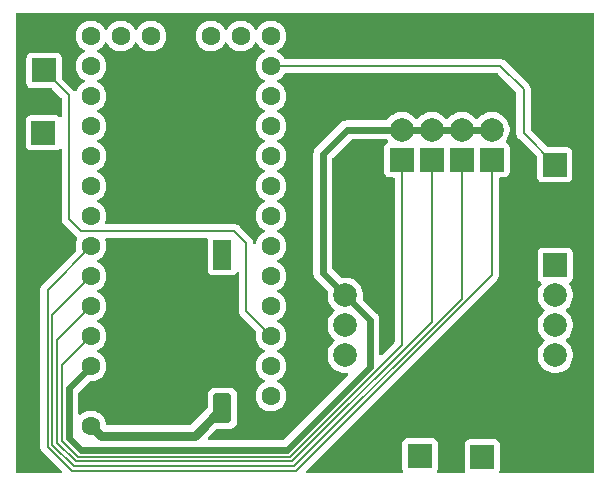
<source format=gtl>
%TF.GenerationSoftware,KiCad,Pcbnew,9.0.7*%
%TF.CreationDate,2026-02-08T08:02:23-07:00*%
%TF.ProjectId,PCB_v1,5043425f-7631-42e6-9b69-6361645f7063,rev?*%
%TF.SameCoordinates,Original*%
%TF.FileFunction,Copper,L1,Top*%
%TF.FilePolarity,Positive*%
%FSLAX46Y46*%
G04 Gerber Fmt 4.6, Leading zero omitted, Abs format (unit mm)*
G04 Created by KiCad (PCBNEW 9.0.7) date 2026-02-08 08:02:23*
%MOMM*%
%LPD*%
G01*
G04 APERTURE LIST*
G04 Aperture macros list*
%AMRoundRect*
0 Rectangle with rounded corners*
0 $1 Rounding radius*
0 $2 $3 $4 $5 $6 $7 $8 $9 X,Y pos of 4 corners*
0 Add a 4 corners polygon primitive as box body*
4,1,4,$2,$3,$4,$5,$6,$7,$8,$9,$2,$3,0*
0 Add four circle primitives for the rounded corners*
1,1,$1+$1,$2,$3*
1,1,$1+$1,$4,$5*
1,1,$1+$1,$6,$7*
1,1,$1+$1,$8,$9*
0 Add four rect primitives between the rounded corners*
20,1,$1+$1,$2,$3,$4,$5,0*
20,1,$1+$1,$4,$5,$6,$7,0*
20,1,$1+$1,$6,$7,$8,$9,0*
20,1,$1+$1,$8,$9,$2,$3,0*%
G04 Aperture macros list end*
%TA.AperFunction,ComponentPad*%
%ADD10R,2.000000X2.000000*%
%TD*%
%TA.AperFunction,ComponentPad*%
%ADD11C,2.000000*%
%TD*%
%TA.AperFunction,ComponentPad*%
%ADD12C,1.600000*%
%TD*%
%TA.AperFunction,ComponentPad*%
%ADD13RoundRect,1.000000X-0.000010X0.000010X-0.000010X-0.000010X0.000010X-0.000010X0.000010X0.000010X0*%
%TD*%
%TA.AperFunction,ComponentPad*%
%ADD14R,1.500000X2.500000*%
%TD*%
%TA.AperFunction,ComponentPad*%
%ADD15RoundRect,0.150000X0.600000X-1.100000X0.600000X1.100000X-0.600000X1.100000X-0.600000X-1.100000X0*%
%TD*%
%TA.AperFunction,Conductor*%
%ADD16C,0.600000*%
%TD*%
%TA.AperFunction,Conductor*%
%ADD17C,0.800000*%
%TD*%
%TA.AperFunction,Conductor*%
%ADD18C,0.200000*%
%TD*%
G04 APERTURE END LIST*
D10*
%TO.P,J7,1,Pin_1*%
%TO.N,/S_ESC_Right_3*%
X210000000Y-98108000D03*
%TD*%
%TO.P,J5,1,Pin_1*%
%TO.N,/12V*%
X204730000Y-98044500D03*
D11*
%TO.P,J5,2,Pin_2*%
%TO.N,/GND*%
X207270000Y-98044500D03*
%TD*%
D10*
%TO.P,J6,1,Pin_1*%
%TO.N,/S_ESC_Left_2*%
X172908000Y-65400000D03*
%TD*%
D12*
%TO.P,U1,1,GND*%
%TO.N,/GND*%
X192120000Y-95510000D03*
%TO.P,U1,2,0_RX1_CRX2_CS1*%
%TO.N,unconnected-(U1-0_RX1_CRX2_CS1-Pad2)*%
X192120000Y-92970000D03*
%TO.P,U1,3,1_TX1_CTX2_MISO1*%
%TO.N,unconnected-(U1-1_TX1_CTX2_MISO1-Pad3)*%
X192120000Y-90430000D03*
%TO.P,U1,4,2_OUT2*%
%TO.N,/S_ESC_Left_2*%
X192120000Y-87890000D03*
%TO.P,U1,5,3_LRCLK2*%
%TO.N,/S_ESC_Right_3*%
X192120000Y-85350000D03*
%TO.P,U1,6,4_BCLK2*%
%TO.N,unconnected-(U1-4_BCLK2-Pad6)*%
X192120000Y-82810000D03*
%TO.P,U1,7,5_IN2*%
%TO.N,unconnected-(U1-5_IN2-Pad7)*%
X192120000Y-80270000D03*
%TO.P,U1,8,6_OUT1D*%
%TO.N,unconnected-(U1-6_OUT1D-Pad8)*%
X192120000Y-77730000D03*
%TO.P,U1,9,7_RX2_OUT1A*%
%TO.N,unconnected-(U1-7_RX2_OUT1A-Pad9)*%
X192120000Y-75190000D03*
%TO.P,U1,10,8_TX2_IN1*%
%TO.N,unconnected-(U1-8_TX2_IN1-Pad10)*%
X192120000Y-72650000D03*
%TO.P,U1,11,9_OUT1C*%
%TO.N,unconnected-(U1-9_OUT1C-Pad11)*%
X192120000Y-70110000D03*
%TO.P,U1,12,10_CS_MQSR*%
%TO.N,unconnected-(U1-10_CS_MQSR-Pad12)*%
X192120000Y-67570000D03*
%TO.P,U1,13,11_MOSI_CTX1*%
%TO.N,/LED*%
X192120000Y-65030000D03*
%TO.P,U1,14,12_MISO_MQSL*%
%TO.N,unconnected-(U1-12_MISO_MQSL-Pad14)*%
X192120000Y-62490000D03*
%TO.P,U1,15,VBAT*%
%TO.N,unconnected-(U1-VBAT-Pad15)*%
X189580000Y-62490000D03*
%TO.P,U1,16,3V3*%
%TO.N,unconnected-(U1-3V3-Pad16)*%
X187040000Y-62490000D03*
%TO.P,U1,17,GND*%
%TO.N,/GND*%
X184500000Y-62490000D03*
%TO.P,U1,18,PROGRAM*%
%TO.N,unconnected-(U1-PROGRAM-Pad18)*%
X181960000Y-62490000D03*
%TO.P,U1,19,ON_OFF*%
%TO.N,unconnected-(U1-ON_OFF-Pad19)*%
X179420000Y-62490000D03*
%TO.P,U1,20,13_SCK_CRX1_LED*%
%TO.N,unconnected-(U1-13_SCK_CRX1_LED-Pad20)*%
X176880000Y-62490000D03*
%TO.P,U1,21,14_A0_TX3_SPDIF_OUT*%
%TO.N,unconnected-(U1-14_A0_TX3_SPDIF_OUT-Pad21)*%
X176880000Y-65030000D03*
%TO.P,U1,22,15_A1_RX3_SPDIF_IN*%
%TO.N,unconnected-(U1-15_A1_RX3_SPDIF_IN-Pad22)*%
X176880000Y-67570000D03*
%TO.P,U1,23,16_A2_RX4_SCL1*%
%TO.N,unconnected-(U1-16_A2_RX4_SCL1-Pad23)*%
X176880000Y-70110000D03*
%TO.P,U1,24,17_A3_TX4_SDA1*%
%TO.N,unconnected-(U1-17_A3_TX4_SDA1-Pad24)*%
X176880000Y-72650000D03*
%TO.P,U1,25,18_A4_SDA0*%
%TO.N,/SDA_18*%
X176880000Y-75190000D03*
%TO.P,U1,26,19_A5_SCL0*%
%TO.N,/SCL_19*%
X176880000Y-77730000D03*
%TO.P,U1,27,20_A6_TX5_LRCLK1*%
%TO.N,/CH4_20*%
X176880000Y-80270000D03*
%TO.P,U1,28,21_A7_RX5_BCLK1*%
%TO.N,/CH3_21*%
X176880000Y-82810000D03*
%TO.P,U1,29,22_A8_CTX1*%
%TO.N,/CH2_22*%
X176880000Y-85350000D03*
%TO.P,U1,30,23_A9_CRX1_MCLK1*%
%TO.N,/CH1_23*%
X176880000Y-87890000D03*
%TO.P,U1,31,3V3*%
%TO.N,/3.3V*%
X176880000Y-90430000D03*
%TO.P,U1,32,GND*%
%TO.N,/GND*%
X176880000Y-92970000D03*
%TO.P,U1,33,VIN*%
%TO.N,/5V*%
X176880000Y-95510000D03*
%TD*%
D10*
%TO.P,J4,1,Pin_1*%
%TO.N,/12V*%
X172844500Y-70670000D03*
D11*
%TO.P,J4,2,Pin_2*%
%TO.N,/GND*%
X172844500Y-68130000D03*
%TD*%
D10*
%TO.P,J8,1,Pin_1*%
%TO.N,/LED*%
X216135000Y-73370000D03*
D11*
%TO.P,J8,2,Pin_2*%
%TO.N,/GND*%
X216135000Y-70830000D03*
%TD*%
D10*
%TO.P,J1,1,Pin_1*%
%TO.N,unconnected-(J1-Pin_1-Pad1)*%
X216190000Y-81890000D03*
D13*
%TO.P,J1,2,Pin_2*%
%TO.N,unconnected-(J1-Pin_2-Pad2)*%
X216190000Y-84430000D03*
%TO.P,J1,3,Pin_3*%
%TO.N,unconnected-(J1-Pin_3-Pad3)*%
X216190000Y-86970000D03*
%TO.P,J1,4,Pin_4*%
%TO.N,unconnected-(J1-Pin_4-Pad4)*%
X216190000Y-89510000D03*
%TO.P,J1,5,Pin_5*%
%TO.N,/GND*%
X198410000Y-81890000D03*
%TO.P,J1,6,Pin_6*%
%TO.N,/3.3V*%
X198410000Y-84430000D03*
%TO.P,J1,7,Pin_7*%
%TO.N,/SDA_18*%
X198410000Y-86970000D03*
%TO.P,J1,8,Pin_8*%
%TO.N,/SCL_19*%
X198410000Y-89510000D03*
%TD*%
D14*
%TO.P,J3,1,Pin_1*%
%TO.N,/12V*%
X188000000Y-81000000D03*
D15*
%TO.P,J3,2,Pin_2*%
%TO.N,/GND*%
X181000000Y-81000000D03*
%TO.P,J3,3,Pin_3*%
%TO.N,/5V*%
X188000000Y-94000000D03*
%TO.P,J3,4,Pin_4*%
%TO.N,/GND*%
X181000000Y-94000000D03*
%TD*%
D10*
%TO.P,J2,1,Pin_1*%
%TO.N,/CH1_23*%
X203190000Y-72950000D03*
%TO.P,J2,2,Pin_2*%
%TO.N,/CH2_22*%
X205730000Y-72950000D03*
%TO.P,J2,3,Pin_3*%
%TO.N,/CH3_21*%
X208270000Y-72950000D03*
%TO.P,J2,4,Pin_4*%
%TO.N,/CH4_20*%
X210810000Y-72950000D03*
D11*
%TO.P,J2,5,Pin_5*%
%TO.N,/3.3V*%
X203190000Y-70410000D03*
%TO.P,J2,6,Pin_6*%
X205730000Y-70410000D03*
%TO.P,J2,7,Pin_7*%
X208270000Y-70410000D03*
%TO.P,J2,8,Pin_8*%
X210810000Y-70410000D03*
%TO.P,J2,9,Pin_9*%
%TO.N,/GND*%
X203190000Y-67870000D03*
%TO.P,J2,10,Pin_10*%
X205730000Y-67870000D03*
%TO.P,J2,11,Pin_11*%
X208270000Y-67870000D03*
%TO.P,J2,12,Pin_12*%
X210810000Y-67870000D03*
%TD*%
D16*
%TO.N,/3.3V*%
X175000000Y-96500000D02*
X175000000Y-92310000D01*
X176000000Y-97500000D02*
X175000000Y-96500000D01*
X196500000Y-72500000D02*
X198590000Y-70410000D01*
X196500000Y-82520000D02*
X196500000Y-72500000D01*
X193500000Y-97500000D02*
X176000000Y-97500000D01*
X198590000Y-70410000D02*
X210810000Y-70410000D01*
X200500000Y-90500000D02*
X200500000Y-86520000D01*
X200500000Y-86520000D02*
X198410000Y-84430000D01*
X175000000Y-92310000D02*
X176880000Y-90430000D01*
X200500000Y-90500000D02*
X193500000Y-97500000D01*
X198410000Y-84430000D02*
X196500000Y-82520000D01*
D17*
%TO.N,/5V*%
X177679999Y-96309999D02*
X185690001Y-96309999D01*
X176880000Y-95510000D02*
X177679999Y-96309999D01*
X185690001Y-96309999D02*
X188000000Y-94000000D01*
D18*
%TO.N,/S_ESC_Left_2*%
X175000000Y-67492000D02*
X172908000Y-65400000D01*
X190000000Y-80000000D02*
X189000000Y-79000000D01*
X176000000Y-79000000D02*
X175000000Y-78000000D01*
X189000000Y-79000000D02*
X176000000Y-79000000D01*
X190000000Y-85770000D02*
X190000000Y-80000000D01*
X192120000Y-87890000D02*
X190000000Y-85770000D01*
X175000000Y-78000000D02*
X175000000Y-67492000D01*
%TO.N,/LED*%
X213500000Y-67000000D02*
X211530000Y-65030000D01*
X211530000Y-65030000D02*
X192120000Y-65030000D01*
X216135000Y-73370000D02*
X213500000Y-70735000D01*
X213500000Y-70735000D02*
X213500000Y-67000000D01*
%TO.N,/CH3_21*%
X175418858Y-98903000D02*
X173597000Y-97081142D01*
X173597000Y-97081142D02*
X173597000Y-86093000D01*
X208270000Y-72950000D02*
X208270000Y-84714142D01*
X208270000Y-84714142D02*
X194081142Y-98903000D01*
X173597000Y-86093000D02*
X176880000Y-82810000D01*
X194081142Y-98903000D02*
X175418858Y-98903000D01*
%TO.N,/CH2_22*%
X173998000Y-96915042D02*
X173998000Y-88232000D01*
X205730000Y-72950000D02*
X205730000Y-86687042D01*
X205730000Y-86687042D02*
X193915042Y-98502000D01*
X193915042Y-98502000D02*
X175584958Y-98502000D01*
X175584958Y-98502000D02*
X173998000Y-96915042D01*
X173998000Y-88232000D02*
X176880000Y-85350000D01*
%TO.N,/CH4_20*%
X173196000Y-83954000D02*
X173196000Y-97247242D01*
X175252758Y-99304000D02*
X194247242Y-99304000D01*
X210810000Y-82741242D02*
X210810000Y-72950000D01*
X173196000Y-97247242D02*
X175252758Y-99304000D01*
X194247242Y-99304000D02*
X210810000Y-82741242D01*
X176880000Y-80270000D02*
X173196000Y-83954000D01*
%TO.N,/CH1_23*%
X193748942Y-98101000D02*
X203190000Y-88659942D01*
X176880000Y-87890000D02*
X174399000Y-90371000D01*
X174399000Y-90371000D02*
X174399000Y-96748942D01*
X174399000Y-96748942D02*
X175751058Y-98101000D01*
X203190000Y-88659942D02*
X203190000Y-72950000D01*
X175751058Y-98101000D02*
X193748942Y-98101000D01*
%TD*%
%TA.AperFunction,Conductor*%
%TO.N,/GND*%
G36*
X219442539Y-60520185D02*
G01*
X219488294Y-60572989D01*
X219499500Y-60624500D01*
X219499500Y-99375500D01*
X219479815Y-99442539D01*
X219427011Y-99488294D01*
X219375500Y-99499500D01*
X211566753Y-99499500D01*
X211499714Y-99479815D01*
X211453959Y-99427011D01*
X211444015Y-99357853D01*
X211450571Y-99332167D01*
X211494091Y-99215482D01*
X211500500Y-99155873D01*
X211500499Y-97060128D01*
X211494091Y-97000517D01*
X211492640Y-96996628D01*
X211443797Y-96865671D01*
X211443793Y-96865664D01*
X211357547Y-96750455D01*
X211357544Y-96750452D01*
X211242335Y-96664206D01*
X211242328Y-96664202D01*
X211107482Y-96613908D01*
X211107483Y-96613908D01*
X211047883Y-96607501D01*
X211047881Y-96607500D01*
X211047873Y-96607500D01*
X211047864Y-96607500D01*
X208952129Y-96607500D01*
X208952123Y-96607501D01*
X208892516Y-96613908D01*
X208757671Y-96664202D01*
X208757664Y-96664206D01*
X208642455Y-96750452D01*
X208642452Y-96750455D01*
X208556206Y-96865664D01*
X208556202Y-96865671D01*
X208505908Y-97000517D01*
X208499501Y-97060116D01*
X208499501Y-97060123D01*
X208499500Y-97060135D01*
X208499500Y-99155870D01*
X208499501Y-99155876D01*
X208505908Y-99215483D01*
X208549429Y-99332167D01*
X208554413Y-99401859D01*
X208520928Y-99463182D01*
X208459604Y-99496666D01*
X208433247Y-99499500D01*
X206262314Y-99499500D01*
X206195275Y-99479815D01*
X206149520Y-99427011D01*
X206139576Y-99357853D01*
X206163049Y-99301187D01*
X206173795Y-99286832D01*
X206173796Y-99286831D01*
X206224091Y-99151983D01*
X206230500Y-99092373D01*
X206230499Y-96996628D01*
X206224091Y-96937017D01*
X206173796Y-96802169D01*
X206173795Y-96802168D01*
X206173793Y-96802164D01*
X206087547Y-96686955D01*
X206087544Y-96686952D01*
X205972335Y-96600706D01*
X205972328Y-96600702D01*
X205837482Y-96550408D01*
X205837483Y-96550408D01*
X205777883Y-96544001D01*
X205777881Y-96544000D01*
X205777873Y-96544000D01*
X205777864Y-96544000D01*
X203682129Y-96544000D01*
X203682123Y-96544001D01*
X203622516Y-96550408D01*
X203487671Y-96600702D01*
X203487664Y-96600706D01*
X203372455Y-96686952D01*
X203372452Y-96686955D01*
X203286206Y-96802164D01*
X203286202Y-96802171D01*
X203235908Y-96937017D01*
X203229501Y-96996616D01*
X203229501Y-96996623D01*
X203229500Y-96996635D01*
X203229500Y-99092370D01*
X203229501Y-99092376D01*
X203235908Y-99151983D01*
X203286202Y-99286828D01*
X203286204Y-99286832D01*
X203296951Y-99301187D01*
X203321370Y-99366651D01*
X203306520Y-99434924D01*
X203257115Y-99484331D01*
X203197686Y-99499500D01*
X195200339Y-99499500D01*
X195133300Y-99479815D01*
X195087545Y-99427011D01*
X195077601Y-99357853D01*
X195106626Y-99294297D01*
X195112658Y-99287819D01*
X199095580Y-95304897D01*
X211168506Y-83231969D01*
X211168511Y-83231966D01*
X211178714Y-83221762D01*
X211178716Y-83221762D01*
X211290520Y-83109958D01*
X211361538Y-82986950D01*
X211369577Y-82973027D01*
X211410501Y-82820299D01*
X211410501Y-82662185D01*
X211410501Y-82654590D01*
X211410500Y-82654572D01*
X211410500Y-80842135D01*
X214689500Y-80842135D01*
X214689500Y-82937870D01*
X214689501Y-82937876D01*
X214695908Y-82997483D01*
X214746202Y-83132328D01*
X214746206Y-83132335D01*
X214832452Y-83247544D01*
X214832455Y-83247547D01*
X214947663Y-83333793D01*
X214953929Y-83337214D01*
X215003335Y-83386619D01*
X215018187Y-83454892D01*
X214993771Y-83520357D01*
X214989127Y-83526186D01*
X214964638Y-83555101D01*
X214964627Y-83555115D01*
X214837343Y-83768727D01*
X214837343Y-83768728D01*
X214746953Y-84000374D01*
X214746950Y-84000384D01*
X214695919Y-84243761D01*
X214695918Y-84243764D01*
X214689500Y-84347149D01*
X214689500Y-84512850D01*
X214695918Y-84616235D01*
X214695919Y-84616238D01*
X214746950Y-84859615D01*
X214746953Y-84859625D01*
X214837342Y-85091269D01*
X214837344Y-85091273D01*
X214964634Y-85304894D01*
X214964639Y-85304902D01*
X215125348Y-85494649D01*
X215125350Y-85494651D01*
X215256084Y-85605378D01*
X215294519Y-85663727D01*
X215295306Y-85733592D01*
X215258197Y-85792792D01*
X215256084Y-85794622D01*
X215125350Y-85905348D01*
X215125348Y-85905350D01*
X214964639Y-86095097D01*
X214837342Y-86308730D01*
X214746953Y-86540374D01*
X214746950Y-86540384D01*
X214695919Y-86783761D01*
X214695918Y-86783764D01*
X214689500Y-86887149D01*
X214689500Y-87052850D01*
X214695918Y-87156235D01*
X214695919Y-87156238D01*
X214746950Y-87399615D01*
X214746953Y-87399625D01*
X214824794Y-87599111D01*
X214837344Y-87631273D01*
X214964634Y-87844894D01*
X214964639Y-87844902D01*
X215125348Y-88034649D01*
X215125350Y-88034651D01*
X215256084Y-88145378D01*
X215294519Y-88203727D01*
X215295306Y-88273592D01*
X215258197Y-88332792D01*
X215256084Y-88334622D01*
X215125350Y-88445348D01*
X215125348Y-88445350D01*
X214964639Y-88635097D01*
X214837342Y-88848730D01*
X214746953Y-89080374D01*
X214746950Y-89080384D01*
X214695919Y-89323761D01*
X214695918Y-89323764D01*
X214689500Y-89427149D01*
X214689500Y-89592850D01*
X214695918Y-89696235D01*
X214695919Y-89696238D01*
X214746950Y-89939615D01*
X214746953Y-89939625D01*
X214837342Y-90171269D01*
X214837344Y-90171273D01*
X214937012Y-90338538D01*
X214964639Y-90384902D01*
X215125348Y-90574649D01*
X215125350Y-90574651D01*
X215315097Y-90735360D01*
X215315103Y-90735363D01*
X215315106Y-90735366D01*
X215528727Y-90862656D01*
X215528730Y-90862657D01*
X215760374Y-90953046D01*
X215760381Y-90953048D01*
X215760386Y-90953050D01*
X216003763Y-91004081D01*
X216107158Y-91010500D01*
X216107169Y-91010500D01*
X216272831Y-91010500D01*
X216272842Y-91010500D01*
X216376237Y-91004081D01*
X216619614Y-90953050D01*
X216619621Y-90953046D01*
X216619625Y-90953046D01*
X216743029Y-90904893D01*
X216851273Y-90862656D01*
X217064894Y-90735366D01*
X217064898Y-90735361D01*
X217064902Y-90735360D01*
X217254649Y-90574651D01*
X217254651Y-90574649D01*
X217415360Y-90384902D01*
X217415361Y-90384898D01*
X217415366Y-90384894D01*
X217542656Y-90171273D01*
X217633050Y-89939614D01*
X217684081Y-89696237D01*
X217690500Y-89592842D01*
X217690500Y-89427158D01*
X217684081Y-89323763D01*
X217633050Y-89080386D01*
X217633048Y-89080381D01*
X217633046Y-89080374D01*
X217542657Y-88848730D01*
X217542656Y-88848727D01*
X217415366Y-88635106D01*
X217415363Y-88635103D01*
X217415360Y-88635097D01*
X217254651Y-88445350D01*
X217254650Y-88445349D01*
X217123915Y-88334622D01*
X217085480Y-88276274D01*
X217084693Y-88206409D01*
X217121802Y-88147208D01*
X217123915Y-88145378D01*
X217254650Y-88034650D01*
X217254651Y-88034649D01*
X217415360Y-87844902D01*
X217415361Y-87844898D01*
X217415366Y-87844894D01*
X217542656Y-87631273D01*
X217633050Y-87399614D01*
X217684081Y-87156237D01*
X217690500Y-87052842D01*
X217690500Y-86887158D01*
X217684081Y-86783763D01*
X217633050Y-86540386D01*
X217633048Y-86540381D01*
X217633046Y-86540374D01*
X217542657Y-86308730D01*
X217542656Y-86308727D01*
X217415366Y-86095106D01*
X217415363Y-86095103D01*
X217415360Y-86095097D01*
X217254651Y-85905350D01*
X217254650Y-85905349D01*
X217123915Y-85794622D01*
X217085480Y-85736274D01*
X217084693Y-85666409D01*
X217121802Y-85607208D01*
X217123915Y-85605378D01*
X217254650Y-85494650D01*
X217254651Y-85494649D01*
X217415360Y-85304902D01*
X217415361Y-85304898D01*
X217415366Y-85304894D01*
X217542656Y-85091273D01*
X217630532Y-84866068D01*
X217633046Y-84859625D01*
X217633046Y-84859621D01*
X217633050Y-84859614D01*
X217684081Y-84616237D01*
X217690500Y-84512842D01*
X217690500Y-84347158D01*
X217684081Y-84243763D01*
X217633050Y-84000386D01*
X217633048Y-84000381D01*
X217633046Y-84000374D01*
X217542657Y-83768730D01*
X217542656Y-83768728D01*
X217542656Y-83768727D01*
X217415366Y-83555106D01*
X217415365Y-83555105D01*
X217415364Y-83555103D01*
X217390874Y-83526189D01*
X217362567Y-83462310D01*
X217373289Y-83393268D01*
X217419636Y-83340983D01*
X217426073Y-83337213D01*
X217432328Y-83333796D01*
X217432331Y-83333796D01*
X217547546Y-83247546D01*
X217633796Y-83132331D01*
X217684091Y-82997483D01*
X217690500Y-82937873D01*
X217690499Y-80842128D01*
X217684091Y-80782517D01*
X217679131Y-80769219D01*
X217633797Y-80647671D01*
X217633793Y-80647664D01*
X217547547Y-80532455D01*
X217547544Y-80532452D01*
X217432335Y-80446206D01*
X217432328Y-80446202D01*
X217297482Y-80395908D01*
X217297483Y-80395908D01*
X217237883Y-80389501D01*
X217237881Y-80389500D01*
X217237873Y-80389500D01*
X217237864Y-80389500D01*
X215142129Y-80389500D01*
X215142123Y-80389501D01*
X215082516Y-80395908D01*
X214947671Y-80446202D01*
X214947664Y-80446206D01*
X214832455Y-80532452D01*
X214832452Y-80532455D01*
X214746206Y-80647664D01*
X214746202Y-80647671D01*
X214695908Y-80782517D01*
X214689501Y-80842116D01*
X214689501Y-80842123D01*
X214689500Y-80842135D01*
X211410500Y-80842135D01*
X211410500Y-74574499D01*
X211430185Y-74507460D01*
X211482989Y-74461705D01*
X211534500Y-74450499D01*
X211857871Y-74450499D01*
X211857872Y-74450499D01*
X211917483Y-74444091D01*
X212052331Y-74393796D01*
X212167546Y-74307546D01*
X212253796Y-74192331D01*
X212304091Y-74057483D01*
X212310500Y-73997873D01*
X212310499Y-71902128D01*
X212304091Y-71842517D01*
X212289272Y-71802786D01*
X212253797Y-71707671D01*
X212253793Y-71707664D01*
X212167547Y-71592455D01*
X212167544Y-71592452D01*
X212052335Y-71506206D01*
X212044546Y-71501953D01*
X212046331Y-71498683D01*
X212004448Y-71467284D01*
X211980078Y-71401803D01*
X211994978Y-71333540D01*
X212003441Y-71320171D01*
X212093343Y-71196433D01*
X212200568Y-70985992D01*
X212273553Y-70761368D01*
X212290251Y-70655943D01*
X212310500Y-70528097D01*
X212310500Y-70291902D01*
X212273553Y-70058631D01*
X212200566Y-69834003D01*
X212110855Y-69657936D01*
X212093343Y-69623567D01*
X211954517Y-69432490D01*
X211787510Y-69265483D01*
X211596433Y-69126657D01*
X211385996Y-69019433D01*
X211161368Y-68946446D01*
X210928097Y-68909500D01*
X210928092Y-68909500D01*
X210691908Y-68909500D01*
X210691903Y-68909500D01*
X210458631Y-68946446D01*
X210234003Y-69019433D01*
X210023566Y-69126657D01*
X209914550Y-69205862D01*
X209832490Y-69265483D01*
X209832488Y-69265485D01*
X209832487Y-69265485D01*
X209665484Y-69432488D01*
X209640318Y-69467127D01*
X209584987Y-69509792D01*
X209515374Y-69515771D01*
X209453579Y-69483165D01*
X209439682Y-69467127D01*
X209414517Y-69432490D01*
X209247510Y-69265483D01*
X209056433Y-69126657D01*
X208845996Y-69019433D01*
X208621368Y-68946446D01*
X208388097Y-68909500D01*
X208388092Y-68909500D01*
X208151908Y-68909500D01*
X208151903Y-68909500D01*
X207918631Y-68946446D01*
X207694003Y-69019433D01*
X207483566Y-69126657D01*
X207374550Y-69205862D01*
X207292490Y-69265483D01*
X207292488Y-69265485D01*
X207292487Y-69265485D01*
X207125484Y-69432488D01*
X207100318Y-69467127D01*
X207044987Y-69509792D01*
X206975374Y-69515771D01*
X206913579Y-69483165D01*
X206899682Y-69467127D01*
X206874517Y-69432490D01*
X206707510Y-69265483D01*
X206516433Y-69126657D01*
X206305996Y-69019433D01*
X206081368Y-68946446D01*
X205848097Y-68909500D01*
X205848092Y-68909500D01*
X205611908Y-68909500D01*
X205611903Y-68909500D01*
X205378631Y-68946446D01*
X205154003Y-69019433D01*
X204943566Y-69126657D01*
X204834550Y-69205862D01*
X204752490Y-69265483D01*
X204752488Y-69265485D01*
X204752487Y-69265485D01*
X204585484Y-69432488D01*
X204560318Y-69467127D01*
X204504987Y-69509792D01*
X204435374Y-69515771D01*
X204373579Y-69483165D01*
X204359682Y-69467127D01*
X204334517Y-69432490D01*
X204167510Y-69265483D01*
X203976433Y-69126657D01*
X203765996Y-69019433D01*
X203541368Y-68946446D01*
X203308097Y-68909500D01*
X203308092Y-68909500D01*
X203071908Y-68909500D01*
X203071903Y-68909500D01*
X202838631Y-68946446D01*
X202614003Y-69019433D01*
X202403566Y-69126657D01*
X202294550Y-69205862D01*
X202212490Y-69265483D01*
X202212488Y-69265485D01*
X202212487Y-69265485D01*
X202045485Y-69432487D01*
X202045485Y-69432488D01*
X202045483Y-69432490D01*
X201954014Y-69558386D01*
X201898684Y-69601051D01*
X201853696Y-69609500D01*
X198511154Y-69609500D01*
X198356509Y-69640261D01*
X198356497Y-69640264D01*
X198313832Y-69657936D01*
X198313833Y-69657937D01*
X198210823Y-69700604D01*
X198210814Y-69700609D01*
X198079712Y-69788209D01*
X198079711Y-69788211D01*
X198079710Y-69788212D01*
X195989711Y-71878211D01*
X195955594Y-71912328D01*
X195878209Y-71989712D01*
X195790609Y-72120814D01*
X195790602Y-72120827D01*
X195730264Y-72266498D01*
X195730261Y-72266510D01*
X195699500Y-72421153D01*
X195699500Y-82598846D01*
X195730261Y-82753489D01*
X195730264Y-82753501D01*
X195790602Y-82899172D01*
X195790609Y-82899185D01*
X195878210Y-83030288D01*
X195878213Y-83030292D01*
X196898934Y-84051012D01*
X196932419Y-84112335D01*
X196932614Y-84164140D01*
X196915919Y-84243760D01*
X196915918Y-84243764D01*
X196909500Y-84347149D01*
X196909500Y-84512850D01*
X196915918Y-84616235D01*
X196915919Y-84616238D01*
X196966950Y-84859615D01*
X196966953Y-84859625D01*
X197057342Y-85091269D01*
X197057344Y-85091273D01*
X197184634Y-85304894D01*
X197184639Y-85304902D01*
X197345348Y-85494649D01*
X197345350Y-85494651D01*
X197476084Y-85605378D01*
X197514519Y-85663727D01*
X197515306Y-85733592D01*
X197478197Y-85792792D01*
X197476084Y-85794622D01*
X197345350Y-85905348D01*
X197345348Y-85905350D01*
X197184639Y-86095097D01*
X197057342Y-86308730D01*
X196966953Y-86540374D01*
X196966950Y-86540384D01*
X196915919Y-86783761D01*
X196915918Y-86783764D01*
X196909500Y-86887149D01*
X196909500Y-87052850D01*
X196915918Y-87156235D01*
X196915919Y-87156238D01*
X196966950Y-87399615D01*
X196966953Y-87399625D01*
X197044794Y-87599111D01*
X197057344Y-87631273D01*
X197184634Y-87844894D01*
X197184639Y-87844902D01*
X197345348Y-88034649D01*
X197345350Y-88034651D01*
X197476084Y-88145378D01*
X197514519Y-88203727D01*
X197515306Y-88273592D01*
X197478197Y-88332792D01*
X197476084Y-88334622D01*
X197345350Y-88445348D01*
X197345348Y-88445350D01*
X197184639Y-88635097D01*
X197057342Y-88848730D01*
X196966953Y-89080374D01*
X196966950Y-89080384D01*
X196915919Y-89323761D01*
X196915918Y-89323764D01*
X196909500Y-89427149D01*
X196909500Y-89592850D01*
X196915918Y-89696235D01*
X196915919Y-89696238D01*
X196966950Y-89939615D01*
X196966953Y-89939625D01*
X197057342Y-90171269D01*
X197057344Y-90171273D01*
X197157012Y-90338538D01*
X197184639Y-90384902D01*
X197345348Y-90574649D01*
X197345350Y-90574651D01*
X197535097Y-90735360D01*
X197535103Y-90735363D01*
X197535106Y-90735366D01*
X197748727Y-90862656D01*
X197748730Y-90862657D01*
X197980374Y-90953046D01*
X197980381Y-90953048D01*
X197980386Y-90953050D01*
X198223763Y-91004081D01*
X198327158Y-91010500D01*
X198327169Y-91010500D01*
X198492831Y-91010500D01*
X198492842Y-91010500D01*
X198554439Y-91006675D01*
X198622566Y-91022167D01*
X198671506Y-91072034D01*
X198685717Y-91140443D01*
X198660687Y-91205676D01*
X198649802Y-91218118D01*
X193204741Y-96663181D01*
X193143418Y-96696666D01*
X193117060Y-96699500D01*
X186873362Y-96699500D01*
X186806323Y-96679815D01*
X186760568Y-96627011D01*
X186750624Y-96557853D01*
X186779649Y-96494297D01*
X186785681Y-96487819D01*
X187486681Y-95786819D01*
X187548004Y-95753334D01*
X187574362Y-95750500D01*
X188665686Y-95750500D01*
X188665694Y-95750500D01*
X188702569Y-95747598D01*
X188702571Y-95747597D01*
X188702573Y-95747597D01*
X188744191Y-95735505D01*
X188860398Y-95701744D01*
X189001865Y-95618081D01*
X189118081Y-95501865D01*
X189201744Y-95360398D01*
X189247598Y-95202569D01*
X189250500Y-95165694D01*
X189250500Y-92834306D01*
X189247598Y-92797431D01*
X189201744Y-92639602D01*
X189118081Y-92498135D01*
X189118079Y-92498133D01*
X189118076Y-92498129D01*
X189001870Y-92381923D01*
X189001862Y-92381917D01*
X188860396Y-92298255D01*
X188860393Y-92298254D01*
X188702573Y-92252402D01*
X188702567Y-92252401D01*
X188665701Y-92249500D01*
X188665694Y-92249500D01*
X187334306Y-92249500D01*
X187334298Y-92249500D01*
X187297432Y-92252401D01*
X187297426Y-92252402D01*
X187139606Y-92298254D01*
X187139603Y-92298255D01*
X186998137Y-92381917D01*
X186998129Y-92381923D01*
X186881923Y-92498129D01*
X186881917Y-92498137D01*
X186798255Y-92639603D01*
X186798254Y-92639606D01*
X186752402Y-92797426D01*
X186752401Y-92797432D01*
X186749500Y-92834298D01*
X186749500Y-93925638D01*
X186729815Y-93992677D01*
X186713181Y-94013319D01*
X185353320Y-95373180D01*
X185291997Y-95406665D01*
X185265639Y-95409499D01*
X178286699Y-95409499D01*
X178219660Y-95389814D01*
X178173905Y-95337010D01*
X178164226Y-95304897D01*
X178148477Y-95205465D01*
X178085218Y-95010776D01*
X178051503Y-94944607D01*
X177992287Y-94828390D01*
X177959500Y-94783262D01*
X177871971Y-94662786D01*
X177727213Y-94518028D01*
X177561613Y-94397715D01*
X177561612Y-94397714D01*
X177561610Y-94397713D01*
X177504653Y-94368691D01*
X177379223Y-94304781D01*
X177184534Y-94241522D01*
X177009995Y-94213878D01*
X176982352Y-94209500D01*
X176777648Y-94209500D01*
X176753329Y-94213351D01*
X176575465Y-94241522D01*
X176380776Y-94304781D01*
X176198386Y-94397715D01*
X176032786Y-94518028D01*
X176032782Y-94518032D01*
X176012181Y-94538634D01*
X175950858Y-94572119D01*
X175881166Y-94567135D01*
X175825233Y-94525263D01*
X175800816Y-94459799D01*
X175800500Y-94450953D01*
X175800500Y-92692939D01*
X175820185Y-92625900D01*
X175836815Y-92605262D01*
X176675978Y-91766098D01*
X176737299Y-91732615D01*
X176773404Y-91730165D01*
X176777643Y-91730499D01*
X176777648Y-91730500D01*
X176777653Y-91730500D01*
X176982351Y-91730500D01*
X176982352Y-91730500D01*
X177184534Y-91698477D01*
X177379219Y-91635220D01*
X177561610Y-91542287D01*
X177654590Y-91474732D01*
X177727213Y-91421971D01*
X177727215Y-91421968D01*
X177727219Y-91421966D01*
X177871966Y-91277219D01*
X177871968Y-91277215D01*
X177871971Y-91277213D01*
X177924732Y-91204590D01*
X177992287Y-91111610D01*
X178085220Y-90929219D01*
X178148477Y-90734534D01*
X178180500Y-90532352D01*
X178180500Y-90327648D01*
X178173798Y-90285336D01*
X178148477Y-90125465D01*
X178091801Y-89951036D01*
X178085220Y-89930781D01*
X178085218Y-89930778D01*
X178085218Y-89930776D01*
X178051503Y-89864607D01*
X177992287Y-89748390D01*
X177984556Y-89737749D01*
X177871971Y-89582786D01*
X177727213Y-89438028D01*
X177561614Y-89317715D01*
X177555006Y-89314348D01*
X177468917Y-89270483D01*
X177418123Y-89222511D01*
X177401328Y-89154690D01*
X177423865Y-89088555D01*
X177468917Y-89049516D01*
X177561610Y-89002287D01*
X177582770Y-88986913D01*
X177727213Y-88881971D01*
X177727215Y-88881968D01*
X177727219Y-88881966D01*
X177871966Y-88737219D01*
X177871968Y-88737215D01*
X177871971Y-88737213D01*
X177946161Y-88635097D01*
X177992287Y-88571610D01*
X178085220Y-88389219D01*
X178148477Y-88194534D01*
X178180500Y-87992352D01*
X178180500Y-87787648D01*
X178172520Y-87737262D01*
X178148477Y-87585465D01*
X178091801Y-87411036D01*
X178085220Y-87390781D01*
X178085218Y-87390778D01*
X178085218Y-87390776D01*
X178051503Y-87324607D01*
X177992287Y-87208390D01*
X177954396Y-87156237D01*
X177871971Y-87042786D01*
X177727213Y-86898028D01*
X177561614Y-86777715D01*
X177555006Y-86774348D01*
X177468917Y-86730483D01*
X177418123Y-86682511D01*
X177401328Y-86614690D01*
X177423865Y-86548555D01*
X177468917Y-86509516D01*
X177561610Y-86462287D01*
X177656844Y-86393096D01*
X177727213Y-86341971D01*
X177727215Y-86341968D01*
X177727219Y-86341966D01*
X177871966Y-86197219D01*
X177871968Y-86197215D01*
X177871971Y-86197213D01*
X177992286Y-86031612D01*
X178085218Y-85849223D01*
X178085218Y-85849222D01*
X178085220Y-85849219D01*
X178148477Y-85654534D01*
X178180500Y-85452352D01*
X178180500Y-85247648D01*
X178148477Y-85045465D01*
X178090187Y-84866068D01*
X178085220Y-84850781D01*
X178085218Y-84850778D01*
X178085218Y-84850776D01*
X178031272Y-84744902D01*
X177992287Y-84668390D01*
X177954396Y-84616237D01*
X177871971Y-84502786D01*
X177727213Y-84358028D01*
X177561614Y-84237715D01*
X177555006Y-84234348D01*
X177468917Y-84190483D01*
X177418123Y-84142511D01*
X177401328Y-84074690D01*
X177423865Y-84008555D01*
X177468917Y-83969516D01*
X177561610Y-83922287D01*
X177626774Y-83874943D01*
X177727213Y-83801971D01*
X177727215Y-83801968D01*
X177727219Y-83801966D01*
X177871966Y-83657219D01*
X177871968Y-83657215D01*
X177871971Y-83657213D01*
X177956410Y-83540991D01*
X177992287Y-83491610D01*
X178085220Y-83309219D01*
X178148477Y-83114534D01*
X178180500Y-82912352D01*
X178180500Y-82707648D01*
X178150112Y-82515791D01*
X178148477Y-82505465D01*
X178100394Y-82357483D01*
X178085220Y-82310781D01*
X178085218Y-82310778D01*
X178085218Y-82310776D01*
X178041380Y-82224741D01*
X177992287Y-82128390D01*
X177984556Y-82117749D01*
X177871971Y-81962786D01*
X177727213Y-81818028D01*
X177561614Y-81697715D01*
X177555006Y-81694348D01*
X177468917Y-81650483D01*
X177418123Y-81602511D01*
X177401328Y-81534690D01*
X177423865Y-81468555D01*
X177468917Y-81429516D01*
X177561610Y-81382287D01*
X177582770Y-81366913D01*
X177727213Y-81261971D01*
X177727215Y-81261968D01*
X177727219Y-81261966D01*
X177871966Y-81117219D01*
X177871968Y-81117215D01*
X177871971Y-81117213D01*
X177924732Y-81044590D01*
X177992287Y-80951610D01*
X178085220Y-80769219D01*
X178148477Y-80574534D01*
X178180500Y-80372352D01*
X178180500Y-80167648D01*
X178166469Y-80079061D01*
X178148477Y-79965465D01*
X178126822Y-79898820D01*
X178085220Y-79770781D01*
X178085218Y-79770777D01*
X178083714Y-79766148D01*
X178085035Y-79765718D01*
X178078236Y-79702486D01*
X178109509Y-79640006D01*
X178169597Y-79604352D01*
X178200266Y-79600500D01*
X186625500Y-79600500D01*
X186692539Y-79620185D01*
X186738294Y-79672989D01*
X186749500Y-79724500D01*
X186749500Y-82297870D01*
X186749501Y-82297876D01*
X186755908Y-82357483D01*
X186806202Y-82492328D01*
X186806206Y-82492335D01*
X186892452Y-82607544D01*
X186892455Y-82607547D01*
X187007664Y-82693793D01*
X187007671Y-82693797D01*
X187142517Y-82744091D01*
X187142516Y-82744091D01*
X187149444Y-82744835D01*
X187202127Y-82750500D01*
X188797872Y-82750499D01*
X188857483Y-82744091D01*
X188992331Y-82693796D01*
X189107546Y-82607546D01*
X189176234Y-82515789D01*
X189232167Y-82473920D01*
X189301859Y-82468936D01*
X189363182Y-82502421D01*
X189396666Y-82563745D01*
X189399500Y-82590102D01*
X189399500Y-85683330D01*
X189399499Y-85683348D01*
X189399499Y-85849054D01*
X189399498Y-85849054D01*
X189399499Y-85849057D01*
X189440423Y-86001785D01*
X189457643Y-86031610D01*
X189494297Y-86095097D01*
X189519479Y-86138715D01*
X189638349Y-86257585D01*
X189638355Y-86257590D01*
X190825921Y-87445157D01*
X190859406Y-87506480D01*
X190856173Y-87571149D01*
X190851523Y-87585460D01*
X190851523Y-87585462D01*
X190819500Y-87787648D01*
X190819500Y-87992351D01*
X190851522Y-88194534D01*
X190914781Y-88389223D01*
X191007715Y-88571613D01*
X191128028Y-88737213D01*
X191272786Y-88881971D01*
X191427749Y-88994556D01*
X191438390Y-89002287D01*
X191529840Y-89048883D01*
X191531080Y-89049515D01*
X191581876Y-89097490D01*
X191598671Y-89165311D01*
X191576134Y-89231446D01*
X191531080Y-89270485D01*
X191438386Y-89317715D01*
X191272786Y-89438028D01*
X191128028Y-89582786D01*
X191007715Y-89748386D01*
X190914781Y-89930776D01*
X190851522Y-90125465D01*
X190819500Y-90327648D01*
X190819500Y-90532351D01*
X190851522Y-90734534D01*
X190914781Y-90929223D01*
X191007715Y-91111613D01*
X191128028Y-91277213D01*
X191272786Y-91421971D01*
X191427749Y-91534556D01*
X191438390Y-91542287D01*
X191529840Y-91588883D01*
X191531080Y-91589515D01*
X191581876Y-91637490D01*
X191598671Y-91705311D01*
X191576134Y-91771446D01*
X191531080Y-91810485D01*
X191438386Y-91857715D01*
X191272786Y-91978028D01*
X191128028Y-92122786D01*
X191007715Y-92288386D01*
X190914781Y-92470776D01*
X190851522Y-92665465D01*
X190819500Y-92867648D01*
X190819500Y-93072351D01*
X190851522Y-93274534D01*
X190914781Y-93469223D01*
X191007715Y-93651613D01*
X191128028Y-93817213D01*
X191272786Y-93961971D01*
X191427749Y-94074556D01*
X191438390Y-94082287D01*
X191554607Y-94141503D01*
X191620776Y-94175218D01*
X191620778Y-94175218D01*
X191620781Y-94175220D01*
X191725137Y-94209127D01*
X191815465Y-94238477D01*
X191834697Y-94241523D01*
X192017648Y-94270500D01*
X192017649Y-94270500D01*
X192222351Y-94270500D01*
X192222352Y-94270500D01*
X192424534Y-94238477D01*
X192619219Y-94175220D01*
X192801610Y-94082287D01*
X192924949Y-93992677D01*
X192967213Y-93961971D01*
X192967215Y-93961968D01*
X192967219Y-93961966D01*
X193111966Y-93817219D01*
X193111968Y-93817215D01*
X193111971Y-93817213D01*
X193164732Y-93744590D01*
X193232287Y-93651610D01*
X193325220Y-93469219D01*
X193388477Y-93274534D01*
X193420500Y-93072352D01*
X193420500Y-92867648D01*
X193409378Y-92797426D01*
X193388477Y-92665465D01*
X193359127Y-92575137D01*
X193325220Y-92470781D01*
X193325218Y-92470778D01*
X193325218Y-92470776D01*
X193291503Y-92404607D01*
X193232287Y-92288390D01*
X193224556Y-92277749D01*
X193111971Y-92122786D01*
X192967213Y-91978028D01*
X192801614Y-91857715D01*
X192795006Y-91854348D01*
X192708917Y-91810483D01*
X192658123Y-91762511D01*
X192641328Y-91694690D01*
X192663865Y-91628555D01*
X192708917Y-91589516D01*
X192801610Y-91542287D01*
X192822770Y-91526913D01*
X192967213Y-91421971D01*
X192967215Y-91421968D01*
X192967219Y-91421966D01*
X193111966Y-91277219D01*
X193111968Y-91277215D01*
X193111971Y-91277213D01*
X193164732Y-91204590D01*
X193232287Y-91111610D01*
X193325220Y-90929219D01*
X193388477Y-90734534D01*
X193420500Y-90532352D01*
X193420500Y-90327648D01*
X193413798Y-90285336D01*
X193388477Y-90125465D01*
X193331801Y-89951036D01*
X193325220Y-89930781D01*
X193325218Y-89930778D01*
X193325218Y-89930776D01*
X193291503Y-89864607D01*
X193232287Y-89748390D01*
X193224556Y-89737749D01*
X193111971Y-89582786D01*
X192967213Y-89438028D01*
X192801614Y-89317715D01*
X192795006Y-89314348D01*
X192708917Y-89270483D01*
X192658123Y-89222511D01*
X192641328Y-89154690D01*
X192663865Y-89088555D01*
X192708917Y-89049516D01*
X192801610Y-89002287D01*
X192822770Y-88986913D01*
X192967213Y-88881971D01*
X192967215Y-88881968D01*
X192967219Y-88881966D01*
X193111966Y-88737219D01*
X193111968Y-88737215D01*
X193111971Y-88737213D01*
X193186161Y-88635097D01*
X193232287Y-88571610D01*
X193325220Y-88389219D01*
X193388477Y-88194534D01*
X193420500Y-87992352D01*
X193420500Y-87787648D01*
X193412520Y-87737262D01*
X193388477Y-87585465D01*
X193331801Y-87411036D01*
X193325220Y-87390781D01*
X193325218Y-87390778D01*
X193325218Y-87390776D01*
X193291503Y-87324607D01*
X193232287Y-87208390D01*
X193194396Y-87156237D01*
X193111971Y-87042786D01*
X192967213Y-86898028D01*
X192801614Y-86777715D01*
X192795006Y-86774348D01*
X192708917Y-86730483D01*
X192658123Y-86682511D01*
X192641328Y-86614690D01*
X192663865Y-86548555D01*
X192708917Y-86509516D01*
X192801610Y-86462287D01*
X192896844Y-86393096D01*
X192967213Y-86341971D01*
X192967215Y-86341968D01*
X192967219Y-86341966D01*
X193111966Y-86197219D01*
X193111968Y-86197215D01*
X193111971Y-86197213D01*
X193232286Y-86031612D01*
X193325218Y-85849223D01*
X193325218Y-85849222D01*
X193325220Y-85849219D01*
X193388477Y-85654534D01*
X193420500Y-85452352D01*
X193420500Y-85247648D01*
X193388477Y-85045465D01*
X193330187Y-84866068D01*
X193325220Y-84850781D01*
X193325218Y-84850778D01*
X193325218Y-84850776D01*
X193271272Y-84744902D01*
X193232287Y-84668390D01*
X193194396Y-84616237D01*
X193111971Y-84502786D01*
X192967213Y-84358028D01*
X192801614Y-84237715D01*
X192795006Y-84234348D01*
X192708917Y-84190483D01*
X192658123Y-84142511D01*
X192641328Y-84074690D01*
X192663865Y-84008555D01*
X192708917Y-83969516D01*
X192801610Y-83922287D01*
X192866774Y-83874943D01*
X192967213Y-83801971D01*
X192967215Y-83801968D01*
X192967219Y-83801966D01*
X193111966Y-83657219D01*
X193111968Y-83657215D01*
X193111971Y-83657213D01*
X193196410Y-83540991D01*
X193232287Y-83491610D01*
X193325220Y-83309219D01*
X193388477Y-83114534D01*
X193420500Y-82912352D01*
X193420500Y-82707648D01*
X193390112Y-82515791D01*
X193388477Y-82505465D01*
X193340394Y-82357483D01*
X193325220Y-82310781D01*
X193325218Y-82310778D01*
X193325218Y-82310776D01*
X193281380Y-82224741D01*
X193232287Y-82128390D01*
X193224556Y-82117749D01*
X193111971Y-81962786D01*
X192967213Y-81818028D01*
X192801614Y-81697715D01*
X192795006Y-81694348D01*
X192708917Y-81650483D01*
X192658123Y-81602511D01*
X192641328Y-81534690D01*
X192663865Y-81468555D01*
X192708917Y-81429516D01*
X192801610Y-81382287D01*
X192822770Y-81366913D01*
X192967213Y-81261971D01*
X192967215Y-81261968D01*
X192967219Y-81261966D01*
X193111966Y-81117219D01*
X193111968Y-81117215D01*
X193111971Y-81117213D01*
X193164732Y-81044590D01*
X193232287Y-80951610D01*
X193325220Y-80769219D01*
X193388477Y-80574534D01*
X193420500Y-80372352D01*
X193420500Y-80167648D01*
X193406469Y-80079061D01*
X193388477Y-79965465D01*
X193325218Y-79770776D01*
X193275392Y-79672989D01*
X193232287Y-79588390D01*
X193211353Y-79559577D01*
X193111971Y-79422786D01*
X192967213Y-79278028D01*
X192801614Y-79157715D01*
X192795006Y-79154348D01*
X192708917Y-79110483D01*
X192658123Y-79062511D01*
X192641328Y-78994690D01*
X192663865Y-78928555D01*
X192708917Y-78889516D01*
X192801610Y-78842287D01*
X192822770Y-78826913D01*
X192967213Y-78721971D01*
X192967215Y-78721968D01*
X192967219Y-78721966D01*
X193111966Y-78577219D01*
X193111968Y-78577215D01*
X193111971Y-78577213D01*
X193177088Y-78487585D01*
X193232287Y-78411610D01*
X193325220Y-78229219D01*
X193388477Y-78034534D01*
X193420500Y-77832352D01*
X193420500Y-77627648D01*
X193388477Y-77425466D01*
X193325220Y-77230781D01*
X193325218Y-77230778D01*
X193325218Y-77230776D01*
X193291503Y-77164607D01*
X193232287Y-77048390D01*
X193206179Y-77012455D01*
X193111971Y-76882786D01*
X192967213Y-76738028D01*
X192801614Y-76617715D01*
X192795006Y-76614348D01*
X192708917Y-76570483D01*
X192658123Y-76522511D01*
X192641328Y-76454690D01*
X192663865Y-76388555D01*
X192708917Y-76349516D01*
X192801610Y-76302287D01*
X192822770Y-76286913D01*
X192967213Y-76181971D01*
X192967215Y-76181968D01*
X192967219Y-76181966D01*
X193111966Y-76037219D01*
X193111968Y-76037215D01*
X193111971Y-76037213D01*
X193175181Y-75950210D01*
X193232287Y-75871610D01*
X193325220Y-75689219D01*
X193388477Y-75494534D01*
X193420500Y-75292352D01*
X193420500Y-75087648D01*
X193388477Y-74885466D01*
X193383614Y-74870500D01*
X193337166Y-74727547D01*
X193325220Y-74690781D01*
X193325218Y-74690778D01*
X193325218Y-74690776D01*
X193265971Y-74574499D01*
X193232287Y-74508390D01*
X193190227Y-74450499D01*
X193111971Y-74342786D01*
X192967213Y-74198028D01*
X192801614Y-74077715D01*
X192761904Y-74057482D01*
X192708917Y-74030483D01*
X192658123Y-73982511D01*
X192641328Y-73914690D01*
X192663865Y-73848555D01*
X192708917Y-73809516D01*
X192801610Y-73762287D01*
X192822770Y-73746913D01*
X192967213Y-73641971D01*
X192967215Y-73641968D01*
X192967219Y-73641966D01*
X193111966Y-73497219D01*
X193111968Y-73497215D01*
X193111971Y-73497213D01*
X193185935Y-73395408D01*
X193232287Y-73331610D01*
X193325220Y-73149219D01*
X193388477Y-72954534D01*
X193420500Y-72752352D01*
X193420500Y-72547648D01*
X193388477Y-72345466D01*
X193380894Y-72322129D01*
X193331627Y-72170500D01*
X193325220Y-72150781D01*
X193325218Y-72150778D01*
X193325218Y-72150776D01*
X193262429Y-72027547D01*
X193232287Y-71968390D01*
X193201639Y-71926206D01*
X193111971Y-71802786D01*
X192967213Y-71658028D01*
X192801614Y-71537715D01*
X192733097Y-71502804D01*
X192708917Y-71490483D01*
X192658123Y-71442511D01*
X192641328Y-71374690D01*
X192663865Y-71308555D01*
X192708917Y-71269516D01*
X192801610Y-71222287D01*
X192837195Y-71196433D01*
X192967213Y-71101971D01*
X192967215Y-71101968D01*
X192967219Y-71101966D01*
X193111966Y-70957219D01*
X193111968Y-70957215D01*
X193111971Y-70957213D01*
X193175181Y-70870210D01*
X193232287Y-70791610D01*
X193325220Y-70609219D01*
X193388477Y-70414534D01*
X193420500Y-70212352D01*
X193420500Y-70007648D01*
X193388477Y-69805466D01*
X193325220Y-69610781D01*
X193325218Y-69610778D01*
X193325218Y-69610776D01*
X193260196Y-69483165D01*
X193232287Y-69428390D01*
X193206179Y-69392455D01*
X193111971Y-69262786D01*
X192967213Y-69118028D01*
X192801614Y-68997715D01*
X192795006Y-68994348D01*
X192708917Y-68950483D01*
X192658123Y-68902511D01*
X192641328Y-68834690D01*
X192663865Y-68768555D01*
X192708917Y-68729516D01*
X192801610Y-68682287D01*
X192822770Y-68666913D01*
X192967213Y-68561971D01*
X192967215Y-68561968D01*
X192967219Y-68561966D01*
X193111966Y-68417219D01*
X193111968Y-68417215D01*
X193111971Y-68417213D01*
X193185935Y-68315408D01*
X193232287Y-68251610D01*
X193325220Y-68069219D01*
X193388477Y-67874534D01*
X193420500Y-67672352D01*
X193420500Y-67467648D01*
X193388477Y-67265466D01*
X193325220Y-67070781D01*
X193325218Y-67070778D01*
X193325218Y-67070776D01*
X193256962Y-66936818D01*
X193232287Y-66888390D01*
X193199886Y-66843793D01*
X193111971Y-66722786D01*
X192967213Y-66578028D01*
X192801614Y-66457715D01*
X192782292Y-66447870D01*
X192708917Y-66410483D01*
X192658123Y-66362511D01*
X192641328Y-66294690D01*
X192663865Y-66228555D01*
X192708917Y-66189516D01*
X192801610Y-66142287D01*
X192876906Y-66087582D01*
X192967213Y-66021971D01*
X192967215Y-66021968D01*
X192967219Y-66021966D01*
X193111966Y-65877219D01*
X193111968Y-65877215D01*
X193111971Y-65877213D01*
X193232284Y-65711614D01*
X193232285Y-65711613D01*
X193232287Y-65711610D01*
X193239117Y-65698204D01*
X193287091Y-65647409D01*
X193349602Y-65630500D01*
X211229903Y-65630500D01*
X211296942Y-65650185D01*
X211317584Y-65666819D01*
X212863181Y-67212416D01*
X212896666Y-67273739D01*
X212899500Y-67300097D01*
X212899500Y-70648330D01*
X212899499Y-70648348D01*
X212899499Y-70814054D01*
X212899498Y-70814054D01*
X212908964Y-70849382D01*
X212940423Y-70966785D01*
X212951512Y-70985992D01*
X212969358Y-71016900D01*
X212969359Y-71016904D01*
X212969360Y-71016904D01*
X213019479Y-71103714D01*
X213019481Y-71103717D01*
X213138349Y-71222585D01*
X213138355Y-71222590D01*
X214598181Y-72682416D01*
X214631666Y-72743739D01*
X214634500Y-72770097D01*
X214634500Y-74417870D01*
X214634501Y-74417876D01*
X214640908Y-74477483D01*
X214691202Y-74612328D01*
X214691206Y-74612335D01*
X214777452Y-74727544D01*
X214777455Y-74727547D01*
X214892664Y-74813793D01*
X214892671Y-74813797D01*
X215027517Y-74864091D01*
X215027516Y-74864091D01*
X215034444Y-74864835D01*
X215087127Y-74870500D01*
X217182872Y-74870499D01*
X217242483Y-74864091D01*
X217377331Y-74813796D01*
X217492546Y-74727546D01*
X217578796Y-74612331D01*
X217629091Y-74477483D01*
X217635500Y-74417873D01*
X217635499Y-72322128D01*
X217629520Y-72266510D01*
X217629091Y-72262516D01*
X217578797Y-72127671D01*
X217578793Y-72127664D01*
X217492547Y-72012455D01*
X217492544Y-72012452D01*
X217377335Y-71926206D01*
X217377328Y-71926202D01*
X217242482Y-71875908D01*
X217242483Y-71875908D01*
X217182883Y-71869501D01*
X217182881Y-71869500D01*
X217182873Y-71869500D01*
X217182865Y-71869500D01*
X215535098Y-71869500D01*
X215468059Y-71849815D01*
X215447417Y-71833181D01*
X214136819Y-70522583D01*
X214103334Y-70461260D01*
X214100500Y-70434902D01*
X214100500Y-67089060D01*
X214100501Y-67089047D01*
X214100501Y-66920944D01*
X214100501Y-66920943D01*
X214059577Y-66768216D01*
X214033348Y-66722786D01*
X213980524Y-66631290D01*
X213980518Y-66631282D01*
X212999421Y-65650185D01*
X212017589Y-64668354D01*
X212017588Y-64668352D01*
X211898717Y-64549481D01*
X211898716Y-64549480D01*
X211811904Y-64499360D01*
X211811904Y-64499359D01*
X211811900Y-64499358D01*
X211761785Y-64470423D01*
X211609057Y-64429499D01*
X211450943Y-64429499D01*
X211443347Y-64429499D01*
X211443331Y-64429500D01*
X193349602Y-64429500D01*
X193282563Y-64409815D01*
X193239117Y-64361795D01*
X193234192Y-64352129D01*
X193232287Y-64348390D01*
X193232285Y-64348387D01*
X193232284Y-64348385D01*
X193111971Y-64182786D01*
X192967213Y-64038028D01*
X192801614Y-63917715D01*
X192765865Y-63899500D01*
X192708917Y-63870483D01*
X192658123Y-63822511D01*
X192641328Y-63754690D01*
X192663865Y-63688555D01*
X192708917Y-63649516D01*
X192801610Y-63602287D01*
X192822770Y-63586913D01*
X192967213Y-63481971D01*
X192967215Y-63481968D01*
X192967219Y-63481966D01*
X193111966Y-63337219D01*
X193111968Y-63337215D01*
X193111971Y-63337213D01*
X193164732Y-63264590D01*
X193232287Y-63171610D01*
X193325220Y-62989219D01*
X193388477Y-62794534D01*
X193420500Y-62592352D01*
X193420500Y-62387648D01*
X193388477Y-62185466D01*
X193325220Y-61990781D01*
X193325218Y-61990778D01*
X193325218Y-61990776D01*
X193279515Y-61901080D01*
X193232287Y-61808390D01*
X193224556Y-61797749D01*
X193111971Y-61642786D01*
X192967213Y-61498028D01*
X192801613Y-61377715D01*
X192801612Y-61377714D01*
X192801610Y-61377713D01*
X192744653Y-61348691D01*
X192619223Y-61284781D01*
X192424534Y-61221522D01*
X192249995Y-61193878D01*
X192222352Y-61189500D01*
X192017648Y-61189500D01*
X191993329Y-61193351D01*
X191815465Y-61221522D01*
X191620776Y-61284781D01*
X191438386Y-61377715D01*
X191272786Y-61498028D01*
X191128028Y-61642786D01*
X191007715Y-61808386D01*
X190960485Y-61901080D01*
X190912510Y-61951876D01*
X190844689Y-61968671D01*
X190778554Y-61946134D01*
X190739515Y-61901080D01*
X190738883Y-61899840D01*
X190692287Y-61808390D01*
X190684556Y-61797749D01*
X190571971Y-61642786D01*
X190427213Y-61498028D01*
X190261613Y-61377715D01*
X190261612Y-61377714D01*
X190261610Y-61377713D01*
X190204653Y-61348691D01*
X190079223Y-61284781D01*
X189884534Y-61221522D01*
X189709995Y-61193878D01*
X189682352Y-61189500D01*
X189477648Y-61189500D01*
X189453329Y-61193351D01*
X189275465Y-61221522D01*
X189080776Y-61284781D01*
X188898386Y-61377715D01*
X188732786Y-61498028D01*
X188588028Y-61642786D01*
X188467715Y-61808386D01*
X188420485Y-61901080D01*
X188372510Y-61951876D01*
X188304689Y-61968671D01*
X188238554Y-61946134D01*
X188199515Y-61901080D01*
X188198883Y-61899840D01*
X188152287Y-61808390D01*
X188144556Y-61797749D01*
X188031971Y-61642786D01*
X187887213Y-61498028D01*
X187721613Y-61377715D01*
X187721612Y-61377714D01*
X187721610Y-61377713D01*
X187664653Y-61348691D01*
X187539223Y-61284781D01*
X187344534Y-61221522D01*
X187169995Y-61193878D01*
X187142352Y-61189500D01*
X186937648Y-61189500D01*
X186913329Y-61193351D01*
X186735465Y-61221522D01*
X186540776Y-61284781D01*
X186358386Y-61377715D01*
X186192786Y-61498028D01*
X186048028Y-61642786D01*
X185927715Y-61808386D01*
X185834781Y-61990776D01*
X185771522Y-62185465D01*
X185739500Y-62387648D01*
X185739500Y-62592351D01*
X185771522Y-62794534D01*
X185834781Y-62989223D01*
X185927715Y-63171613D01*
X186048028Y-63337213D01*
X186192786Y-63481971D01*
X186347749Y-63594556D01*
X186358390Y-63602287D01*
X186451080Y-63649515D01*
X186540776Y-63695218D01*
X186540778Y-63695218D01*
X186540781Y-63695220D01*
X186645137Y-63729127D01*
X186735465Y-63758477D01*
X186754697Y-63761523D01*
X186937648Y-63790500D01*
X186937649Y-63790500D01*
X187142351Y-63790500D01*
X187142352Y-63790500D01*
X187344534Y-63758477D01*
X187539219Y-63695220D01*
X187721610Y-63602287D01*
X187814590Y-63534732D01*
X187887213Y-63481971D01*
X187887215Y-63481968D01*
X187887219Y-63481966D01*
X188031966Y-63337219D01*
X188031968Y-63337215D01*
X188031971Y-63337213D01*
X188152284Y-63171614D01*
X188152285Y-63171613D01*
X188152287Y-63171610D01*
X188199516Y-63078917D01*
X188247489Y-63028123D01*
X188315310Y-63011328D01*
X188381445Y-63033865D01*
X188420485Y-63078919D01*
X188467715Y-63171614D01*
X188588028Y-63337213D01*
X188732786Y-63481971D01*
X188887749Y-63594556D01*
X188898390Y-63602287D01*
X188991080Y-63649515D01*
X189080776Y-63695218D01*
X189080778Y-63695218D01*
X189080781Y-63695220D01*
X189185137Y-63729127D01*
X189275465Y-63758477D01*
X189294697Y-63761523D01*
X189477648Y-63790500D01*
X189477649Y-63790500D01*
X189682351Y-63790500D01*
X189682352Y-63790500D01*
X189884534Y-63758477D01*
X190079219Y-63695220D01*
X190261610Y-63602287D01*
X190354590Y-63534732D01*
X190427213Y-63481971D01*
X190427215Y-63481968D01*
X190427219Y-63481966D01*
X190571966Y-63337219D01*
X190571968Y-63337215D01*
X190571971Y-63337213D01*
X190692284Y-63171614D01*
X190692285Y-63171613D01*
X190692287Y-63171610D01*
X190739516Y-63078917D01*
X190787489Y-63028123D01*
X190855310Y-63011328D01*
X190921445Y-63033865D01*
X190960485Y-63078919D01*
X191007715Y-63171614D01*
X191128028Y-63337213D01*
X191272786Y-63481971D01*
X191427749Y-63594556D01*
X191438390Y-63602287D01*
X191529840Y-63648883D01*
X191531080Y-63649515D01*
X191581876Y-63697490D01*
X191598671Y-63765311D01*
X191576134Y-63831446D01*
X191531080Y-63870485D01*
X191438386Y-63917715D01*
X191272786Y-64038028D01*
X191128028Y-64182786D01*
X191007715Y-64348386D01*
X190914781Y-64530776D01*
X190851522Y-64725465D01*
X190819500Y-64927648D01*
X190819500Y-65132351D01*
X190851522Y-65334534D01*
X190914781Y-65529223D01*
X191007715Y-65711613D01*
X191128028Y-65877213D01*
X191272786Y-66021971D01*
X191363094Y-66087582D01*
X191438390Y-66142287D01*
X191529840Y-66188883D01*
X191531080Y-66189515D01*
X191581876Y-66237490D01*
X191598671Y-66305311D01*
X191576134Y-66371446D01*
X191531080Y-66410485D01*
X191438386Y-66457715D01*
X191272786Y-66578028D01*
X191128028Y-66722786D01*
X191007715Y-66888386D01*
X190914781Y-67070776D01*
X190851522Y-67265465D01*
X190819500Y-67467648D01*
X190819500Y-67672351D01*
X190851522Y-67874534D01*
X190914781Y-68069223D01*
X191007715Y-68251613D01*
X191128028Y-68417213D01*
X191272786Y-68561971D01*
X191427749Y-68674556D01*
X191438390Y-68682287D01*
X191529840Y-68728883D01*
X191531080Y-68729515D01*
X191581876Y-68777490D01*
X191598671Y-68845311D01*
X191576134Y-68911446D01*
X191531080Y-68950485D01*
X191438386Y-68997715D01*
X191272786Y-69118028D01*
X191128028Y-69262786D01*
X191007715Y-69428386D01*
X190914781Y-69610776D01*
X190851522Y-69805465D01*
X190819500Y-70007648D01*
X190819500Y-70212351D01*
X190851522Y-70414534D01*
X190914781Y-70609223D01*
X191007715Y-70791613D01*
X191128028Y-70957213D01*
X191272786Y-71101971D01*
X191422166Y-71210500D01*
X191438390Y-71222287D01*
X191529840Y-71268883D01*
X191531080Y-71269515D01*
X191581876Y-71317490D01*
X191598671Y-71385311D01*
X191576134Y-71451446D01*
X191531080Y-71490485D01*
X191438386Y-71537715D01*
X191272786Y-71658028D01*
X191128028Y-71802786D01*
X191007715Y-71968386D01*
X190914781Y-72150776D01*
X190851522Y-72345465D01*
X190819500Y-72547648D01*
X190819500Y-72752351D01*
X190851522Y-72954534D01*
X190914781Y-73149223D01*
X191007715Y-73331613D01*
X191128028Y-73497213D01*
X191272786Y-73641971D01*
X191427749Y-73754556D01*
X191438390Y-73762287D01*
X191529840Y-73808883D01*
X191531080Y-73809515D01*
X191581876Y-73857490D01*
X191598671Y-73925311D01*
X191576134Y-73991446D01*
X191531080Y-74030485D01*
X191438386Y-74077715D01*
X191272786Y-74198028D01*
X191128028Y-74342786D01*
X191007715Y-74508386D01*
X190914781Y-74690776D01*
X190851522Y-74885465D01*
X190819500Y-75087648D01*
X190819500Y-75292351D01*
X190851522Y-75494534D01*
X190914781Y-75689223D01*
X191007715Y-75871613D01*
X191128028Y-76037213D01*
X191272786Y-76181971D01*
X191427749Y-76294556D01*
X191438390Y-76302287D01*
X191529840Y-76348883D01*
X191531080Y-76349515D01*
X191581876Y-76397490D01*
X191598671Y-76465311D01*
X191576134Y-76531446D01*
X191531080Y-76570485D01*
X191438386Y-76617715D01*
X191272786Y-76738028D01*
X191128028Y-76882786D01*
X191007715Y-77048386D01*
X190914781Y-77230776D01*
X190851522Y-77425465D01*
X190819500Y-77627648D01*
X190819500Y-77832351D01*
X190851522Y-78034534D01*
X190914781Y-78229223D01*
X191007715Y-78411613D01*
X191128028Y-78577213D01*
X191272786Y-78721971D01*
X191427749Y-78834556D01*
X191438390Y-78842287D01*
X191529840Y-78888883D01*
X191531080Y-78889515D01*
X191581876Y-78937490D01*
X191598671Y-79005311D01*
X191576134Y-79071446D01*
X191531080Y-79110485D01*
X191438386Y-79157715D01*
X191272786Y-79278028D01*
X191128028Y-79422786D01*
X191007715Y-79588386D01*
X190914781Y-79770776D01*
X190851522Y-79965465D01*
X190846974Y-79994186D01*
X190817045Y-80057321D01*
X190757733Y-80094252D01*
X190687871Y-80093254D01*
X190629638Y-80054644D01*
X190601524Y-79990680D01*
X190600501Y-79974788D01*
X190600501Y-79920944D01*
X190559576Y-79768214D01*
X190559573Y-79768209D01*
X190480524Y-79631290D01*
X190480518Y-79631282D01*
X189487590Y-78638355D01*
X189487588Y-78638352D01*
X189368717Y-78519481D01*
X189368716Y-78519480D01*
X189281904Y-78469360D01*
X189281904Y-78469359D01*
X189281900Y-78469358D01*
X189231785Y-78440423D01*
X189079057Y-78399499D01*
X188920943Y-78399499D01*
X188913347Y-78399499D01*
X188913331Y-78399500D01*
X178200266Y-78399500D01*
X178133227Y-78379815D01*
X178087472Y-78327011D01*
X178077528Y-78257853D01*
X178084080Y-78233970D01*
X178083714Y-78233852D01*
X178085218Y-78229222D01*
X178085220Y-78229219D01*
X178148477Y-78034534D01*
X178180500Y-77832352D01*
X178180500Y-77627648D01*
X178148477Y-77425466D01*
X178085220Y-77230781D01*
X178085218Y-77230778D01*
X178085218Y-77230776D01*
X178051503Y-77164607D01*
X177992287Y-77048390D01*
X177966179Y-77012455D01*
X177871971Y-76882786D01*
X177727213Y-76738028D01*
X177561614Y-76617715D01*
X177555006Y-76614348D01*
X177468917Y-76570483D01*
X177418123Y-76522511D01*
X177401328Y-76454690D01*
X177423865Y-76388555D01*
X177468917Y-76349516D01*
X177561610Y-76302287D01*
X177582770Y-76286913D01*
X177727213Y-76181971D01*
X177727215Y-76181968D01*
X177727219Y-76181966D01*
X177871966Y-76037219D01*
X177871968Y-76037215D01*
X177871971Y-76037213D01*
X177935181Y-75950210D01*
X177992287Y-75871610D01*
X178085220Y-75689219D01*
X178148477Y-75494534D01*
X178180500Y-75292352D01*
X178180500Y-75087648D01*
X178148477Y-74885466D01*
X178143614Y-74870500D01*
X178097166Y-74727547D01*
X178085220Y-74690781D01*
X178085218Y-74690778D01*
X178085218Y-74690776D01*
X178025971Y-74574499D01*
X177992287Y-74508390D01*
X177950227Y-74450499D01*
X177871971Y-74342786D01*
X177727213Y-74198028D01*
X177561614Y-74077715D01*
X177521904Y-74057482D01*
X177468917Y-74030483D01*
X177418123Y-73982511D01*
X177401328Y-73914690D01*
X177423865Y-73848555D01*
X177468917Y-73809516D01*
X177561610Y-73762287D01*
X177582770Y-73746913D01*
X177727213Y-73641971D01*
X177727215Y-73641968D01*
X177727219Y-73641966D01*
X177871966Y-73497219D01*
X177871968Y-73497215D01*
X177871971Y-73497213D01*
X177945935Y-73395408D01*
X177992287Y-73331610D01*
X178085220Y-73149219D01*
X178148477Y-72954534D01*
X178180500Y-72752352D01*
X178180500Y-72547648D01*
X178148477Y-72345466D01*
X178140894Y-72322129D01*
X178091627Y-72170500D01*
X178085220Y-72150781D01*
X178085218Y-72150778D01*
X178085218Y-72150776D01*
X178022429Y-72027547D01*
X177992287Y-71968390D01*
X177961639Y-71926206D01*
X177871971Y-71802786D01*
X177727213Y-71658028D01*
X177561614Y-71537715D01*
X177493097Y-71502804D01*
X177468917Y-71490483D01*
X177418123Y-71442511D01*
X177401328Y-71374690D01*
X177423865Y-71308555D01*
X177468917Y-71269516D01*
X177561610Y-71222287D01*
X177597195Y-71196433D01*
X177727213Y-71101971D01*
X177727215Y-71101968D01*
X177727219Y-71101966D01*
X177871966Y-70957219D01*
X177871968Y-70957215D01*
X177871971Y-70957213D01*
X177935181Y-70870210D01*
X177992287Y-70791610D01*
X178085220Y-70609219D01*
X178148477Y-70414534D01*
X178180500Y-70212352D01*
X178180500Y-70007648D01*
X178148477Y-69805466D01*
X178085220Y-69610781D01*
X178085218Y-69610778D01*
X178085218Y-69610776D01*
X178020196Y-69483165D01*
X177992287Y-69428390D01*
X177966179Y-69392455D01*
X177871971Y-69262786D01*
X177727213Y-69118028D01*
X177561614Y-68997715D01*
X177555006Y-68994348D01*
X177468917Y-68950483D01*
X177418123Y-68902511D01*
X177401328Y-68834690D01*
X177423865Y-68768555D01*
X177468917Y-68729516D01*
X177561610Y-68682287D01*
X177582770Y-68666913D01*
X177727213Y-68561971D01*
X177727215Y-68561968D01*
X177727219Y-68561966D01*
X177871966Y-68417219D01*
X177871968Y-68417215D01*
X177871971Y-68417213D01*
X177945935Y-68315408D01*
X177992287Y-68251610D01*
X178085220Y-68069219D01*
X178148477Y-67874534D01*
X178180500Y-67672352D01*
X178180500Y-67467648D01*
X178148477Y-67265466D01*
X178085220Y-67070781D01*
X178085218Y-67070778D01*
X178085218Y-67070776D01*
X178016962Y-66936818D01*
X177992287Y-66888390D01*
X177959886Y-66843793D01*
X177871971Y-66722786D01*
X177727213Y-66578028D01*
X177561614Y-66457715D01*
X177542292Y-66447870D01*
X177468917Y-66410483D01*
X177418123Y-66362511D01*
X177401328Y-66294690D01*
X177423865Y-66228555D01*
X177468917Y-66189516D01*
X177561610Y-66142287D01*
X177636906Y-66087582D01*
X177727213Y-66021971D01*
X177727215Y-66021968D01*
X177727219Y-66021966D01*
X177871966Y-65877219D01*
X177871968Y-65877215D01*
X177871971Y-65877213D01*
X177924732Y-65804590D01*
X177992287Y-65711610D01*
X178085220Y-65529219D01*
X178148477Y-65334534D01*
X178180500Y-65132352D01*
X178180500Y-64927648D01*
X178148477Y-64725466D01*
X178085220Y-64530781D01*
X178085218Y-64530778D01*
X178085218Y-64530776D01*
X178051503Y-64464607D01*
X177992287Y-64348390D01*
X177984556Y-64337749D01*
X177871971Y-64182786D01*
X177727213Y-64038028D01*
X177561614Y-63917715D01*
X177525865Y-63899500D01*
X177468917Y-63870483D01*
X177418123Y-63822511D01*
X177401328Y-63754690D01*
X177423865Y-63688555D01*
X177468917Y-63649516D01*
X177561610Y-63602287D01*
X177582770Y-63586913D01*
X177727213Y-63481971D01*
X177727215Y-63481968D01*
X177727219Y-63481966D01*
X177871966Y-63337219D01*
X177871968Y-63337215D01*
X177871971Y-63337213D01*
X177992284Y-63171614D01*
X177992285Y-63171613D01*
X177992287Y-63171610D01*
X178039516Y-63078917D01*
X178087489Y-63028123D01*
X178155310Y-63011328D01*
X178221445Y-63033865D01*
X178260485Y-63078919D01*
X178307715Y-63171614D01*
X178428028Y-63337213D01*
X178572786Y-63481971D01*
X178727749Y-63594556D01*
X178738390Y-63602287D01*
X178831080Y-63649515D01*
X178920776Y-63695218D01*
X178920778Y-63695218D01*
X178920781Y-63695220D01*
X179025137Y-63729127D01*
X179115465Y-63758477D01*
X179134697Y-63761523D01*
X179317648Y-63790500D01*
X179317649Y-63790500D01*
X179522351Y-63790500D01*
X179522352Y-63790500D01*
X179724534Y-63758477D01*
X179919219Y-63695220D01*
X180101610Y-63602287D01*
X180194590Y-63534732D01*
X180267213Y-63481971D01*
X180267215Y-63481968D01*
X180267219Y-63481966D01*
X180411966Y-63337219D01*
X180411968Y-63337215D01*
X180411971Y-63337213D01*
X180532284Y-63171614D01*
X180532285Y-63171613D01*
X180532287Y-63171610D01*
X180579516Y-63078917D01*
X180627489Y-63028123D01*
X180695310Y-63011328D01*
X180761445Y-63033865D01*
X180800485Y-63078919D01*
X180847715Y-63171614D01*
X180968028Y-63337213D01*
X181112786Y-63481971D01*
X181267749Y-63594556D01*
X181278390Y-63602287D01*
X181371080Y-63649515D01*
X181460776Y-63695218D01*
X181460778Y-63695218D01*
X181460781Y-63695220D01*
X181565137Y-63729127D01*
X181655465Y-63758477D01*
X181674697Y-63761523D01*
X181857648Y-63790500D01*
X181857649Y-63790500D01*
X182062351Y-63790500D01*
X182062352Y-63790500D01*
X182264534Y-63758477D01*
X182459219Y-63695220D01*
X182641610Y-63602287D01*
X182734590Y-63534732D01*
X182807213Y-63481971D01*
X182807215Y-63481968D01*
X182807219Y-63481966D01*
X182951966Y-63337219D01*
X182951968Y-63337215D01*
X182951971Y-63337213D01*
X183004732Y-63264590D01*
X183072287Y-63171610D01*
X183165220Y-62989219D01*
X183228477Y-62794534D01*
X183260500Y-62592352D01*
X183260500Y-62387648D01*
X183228477Y-62185466D01*
X183165220Y-61990781D01*
X183165218Y-61990778D01*
X183165218Y-61990776D01*
X183119515Y-61901080D01*
X183072287Y-61808390D01*
X183064556Y-61797749D01*
X182951971Y-61642786D01*
X182807213Y-61498028D01*
X182641613Y-61377715D01*
X182641612Y-61377714D01*
X182641610Y-61377713D01*
X182584653Y-61348691D01*
X182459223Y-61284781D01*
X182264534Y-61221522D01*
X182089995Y-61193878D01*
X182062352Y-61189500D01*
X181857648Y-61189500D01*
X181833329Y-61193351D01*
X181655465Y-61221522D01*
X181460776Y-61284781D01*
X181278386Y-61377715D01*
X181112786Y-61498028D01*
X180968028Y-61642786D01*
X180847715Y-61808386D01*
X180800485Y-61901080D01*
X180752510Y-61951876D01*
X180684689Y-61968671D01*
X180618554Y-61946134D01*
X180579515Y-61901080D01*
X180578883Y-61899840D01*
X180532287Y-61808390D01*
X180524556Y-61797749D01*
X180411971Y-61642786D01*
X180267213Y-61498028D01*
X180101613Y-61377715D01*
X180101612Y-61377714D01*
X180101610Y-61377713D01*
X180044653Y-61348691D01*
X179919223Y-61284781D01*
X179724534Y-61221522D01*
X179549995Y-61193878D01*
X179522352Y-61189500D01*
X179317648Y-61189500D01*
X179293329Y-61193351D01*
X179115465Y-61221522D01*
X178920776Y-61284781D01*
X178738386Y-61377715D01*
X178572786Y-61498028D01*
X178428028Y-61642786D01*
X178307715Y-61808386D01*
X178260485Y-61901080D01*
X178212510Y-61951876D01*
X178144689Y-61968671D01*
X178078554Y-61946134D01*
X178039515Y-61901080D01*
X178038883Y-61899840D01*
X177992287Y-61808390D01*
X177984556Y-61797749D01*
X177871971Y-61642786D01*
X177727213Y-61498028D01*
X177561613Y-61377715D01*
X177561612Y-61377714D01*
X177561610Y-61377713D01*
X177504653Y-61348691D01*
X177379223Y-61284781D01*
X177184534Y-61221522D01*
X177009995Y-61193878D01*
X176982352Y-61189500D01*
X176777648Y-61189500D01*
X176753329Y-61193351D01*
X176575465Y-61221522D01*
X176380776Y-61284781D01*
X176198386Y-61377715D01*
X176032786Y-61498028D01*
X175888028Y-61642786D01*
X175767715Y-61808386D01*
X175674781Y-61990776D01*
X175611522Y-62185465D01*
X175579500Y-62387648D01*
X175579500Y-62592351D01*
X175611522Y-62794534D01*
X175674781Y-62989223D01*
X175767715Y-63171613D01*
X175888028Y-63337213D01*
X176032786Y-63481971D01*
X176187749Y-63594556D01*
X176198390Y-63602287D01*
X176289840Y-63648883D01*
X176291080Y-63649515D01*
X176341876Y-63697490D01*
X176358671Y-63765311D01*
X176336134Y-63831446D01*
X176291080Y-63870485D01*
X176198386Y-63917715D01*
X176032786Y-64038028D01*
X175888028Y-64182786D01*
X175767715Y-64348386D01*
X175674781Y-64530776D01*
X175611522Y-64725465D01*
X175579500Y-64927648D01*
X175579500Y-65132351D01*
X175611522Y-65334534D01*
X175674781Y-65529223D01*
X175767715Y-65711613D01*
X175888028Y-65877213D01*
X176032786Y-66021971D01*
X176123094Y-66087582D01*
X176198390Y-66142287D01*
X176289840Y-66188883D01*
X176291080Y-66189515D01*
X176341876Y-66237490D01*
X176358671Y-66305311D01*
X176336134Y-66371446D01*
X176291080Y-66410485D01*
X176198386Y-66457715D01*
X176032786Y-66578028D01*
X175888028Y-66722786D01*
X175767715Y-66888386D01*
X175674774Y-67070791D01*
X175673519Y-67073822D01*
X175672734Y-67074795D01*
X175672568Y-67075122D01*
X175672499Y-67075087D01*
X175629675Y-67128223D01*
X175563380Y-67150284D01*
X175495682Y-67133001D01*
X175471280Y-67114044D01*
X174444818Y-66087582D01*
X174411333Y-66026259D01*
X174408499Y-65999901D01*
X174408499Y-64352129D01*
X174408498Y-64352123D01*
X174408497Y-64352116D01*
X174402091Y-64292517D01*
X174351796Y-64157669D01*
X174351795Y-64157668D01*
X174351793Y-64157664D01*
X174265547Y-64042455D01*
X174265544Y-64042452D01*
X174150335Y-63956206D01*
X174150328Y-63956202D01*
X174015482Y-63905908D01*
X174015483Y-63905908D01*
X173955883Y-63899501D01*
X173955881Y-63899500D01*
X173955873Y-63899500D01*
X173955864Y-63899500D01*
X171860129Y-63899500D01*
X171860123Y-63899501D01*
X171800516Y-63905908D01*
X171665671Y-63956202D01*
X171665664Y-63956206D01*
X171550455Y-64042452D01*
X171550452Y-64042455D01*
X171464206Y-64157664D01*
X171464202Y-64157671D01*
X171413908Y-64292517D01*
X171407902Y-64348385D01*
X171407501Y-64352123D01*
X171407500Y-64352135D01*
X171407500Y-66447870D01*
X171407501Y-66447876D01*
X171413908Y-66507483D01*
X171464202Y-66642328D01*
X171464206Y-66642335D01*
X171550452Y-66757544D01*
X171550455Y-66757547D01*
X171665664Y-66843793D01*
X171665671Y-66843797D01*
X171800517Y-66894091D01*
X171800516Y-66894091D01*
X171807444Y-66894835D01*
X171860127Y-66900500D01*
X173507901Y-66900499D01*
X173574940Y-66920184D01*
X173595582Y-66936818D01*
X174363181Y-67704416D01*
X174396666Y-67765739D01*
X174399500Y-67792097D01*
X174399500Y-69212546D01*
X174379815Y-69279585D01*
X174327011Y-69325340D01*
X174257853Y-69335284D01*
X174201189Y-69311812D01*
X174086835Y-69226206D01*
X174086828Y-69226202D01*
X173951982Y-69175908D01*
X173951983Y-69175908D01*
X173892383Y-69169501D01*
X173892381Y-69169500D01*
X173892373Y-69169500D01*
X173892364Y-69169500D01*
X171796629Y-69169500D01*
X171796623Y-69169501D01*
X171737016Y-69175908D01*
X171602171Y-69226202D01*
X171602164Y-69226206D01*
X171486955Y-69312452D01*
X171486952Y-69312455D01*
X171400706Y-69427664D01*
X171400702Y-69427671D01*
X171350408Y-69562517D01*
X171344001Y-69622116D01*
X171344000Y-69622135D01*
X171344000Y-71717870D01*
X171344001Y-71717876D01*
X171350408Y-71777483D01*
X171400702Y-71912328D01*
X171400706Y-71912335D01*
X171486952Y-72027544D01*
X171486955Y-72027547D01*
X171602164Y-72113793D01*
X171602171Y-72113797D01*
X171737017Y-72164091D01*
X171737016Y-72164091D01*
X171743944Y-72164835D01*
X171796627Y-72170500D01*
X173892372Y-72170499D01*
X173951983Y-72164091D01*
X174086831Y-72113796D01*
X174201191Y-72028185D01*
X174266652Y-72003769D01*
X174334925Y-72018620D01*
X174384331Y-72068025D01*
X174399500Y-72127453D01*
X174399500Y-77913330D01*
X174399499Y-77913348D01*
X174399499Y-78079054D01*
X174399498Y-78079054D01*
X174440423Y-78231785D01*
X174469358Y-78281900D01*
X174469359Y-78281904D01*
X174469360Y-78281904D01*
X174519479Y-78368714D01*
X174519481Y-78368717D01*
X174638349Y-78487585D01*
X174638354Y-78487589D01*
X175631284Y-79480520D01*
X175677264Y-79507066D01*
X175725479Y-79557631D01*
X175738703Y-79626238D01*
X175725749Y-79670748D01*
X175674782Y-79770776D01*
X175611522Y-79965465D01*
X175579500Y-80167648D01*
X175579500Y-80372351D01*
X175611523Y-80574535D01*
X175616172Y-80588845D01*
X175618165Y-80658687D01*
X175585921Y-80714841D01*
X172827286Y-83473478D01*
X172715481Y-83585282D01*
X172715477Y-83585287D01*
X172676465Y-83652860D01*
X172676465Y-83652861D01*
X172636423Y-83722214D01*
X172636423Y-83722215D01*
X172595499Y-83874943D01*
X172595499Y-83874945D01*
X172595499Y-84043046D01*
X172595500Y-84043059D01*
X172595500Y-97160572D01*
X172595499Y-97160590D01*
X172595499Y-97326296D01*
X172595498Y-97326296D01*
X172636423Y-97479027D01*
X172648821Y-97500500D01*
X172648823Y-97500503D01*
X172715479Y-97615956D01*
X172715481Y-97615959D01*
X172834349Y-97734827D01*
X172834355Y-97734832D01*
X174387342Y-99287819D01*
X174420827Y-99349142D01*
X174415843Y-99418834D01*
X174373971Y-99474767D01*
X174308507Y-99499184D01*
X174299661Y-99499500D01*
X170624500Y-99499500D01*
X170557461Y-99479815D01*
X170511706Y-99427011D01*
X170500500Y-99375500D01*
X170500500Y-60624500D01*
X170520185Y-60557461D01*
X170572989Y-60511706D01*
X170624500Y-60500500D01*
X219375500Y-60500500D01*
X219442539Y-60520185D01*
G37*
%TD.AperFunction*%
%TA.AperFunction,Conductor*%
G36*
X201920735Y-71230185D02*
G01*
X201954013Y-71261613D01*
X201994610Y-71317490D01*
X201996549Y-71320158D01*
X202020029Y-71385965D01*
X202004204Y-71454019D01*
X201955255Y-71501588D01*
X201955454Y-71501953D01*
X201954143Y-71502668D01*
X201954098Y-71502713D01*
X201953895Y-71502804D01*
X201947664Y-71506206D01*
X201832455Y-71592452D01*
X201832452Y-71592455D01*
X201746206Y-71707664D01*
X201746202Y-71707671D01*
X201695908Y-71842517D01*
X201689501Y-71902116D01*
X201689501Y-71902123D01*
X201689500Y-71902135D01*
X201689500Y-73997870D01*
X201689501Y-73997876D01*
X201695908Y-74057483D01*
X201746202Y-74192328D01*
X201746206Y-74192335D01*
X201832452Y-74307544D01*
X201832455Y-74307547D01*
X201947664Y-74393793D01*
X201947671Y-74393797D01*
X201963332Y-74399638D01*
X202082517Y-74444091D01*
X202142127Y-74450500D01*
X202465500Y-74450499D01*
X202532539Y-74470183D01*
X202578294Y-74522987D01*
X202589500Y-74574499D01*
X202589500Y-88359845D01*
X202569815Y-88426884D01*
X202553181Y-88447526D01*
X201512181Y-89488526D01*
X201450858Y-89522011D01*
X201381166Y-89517027D01*
X201325233Y-89475155D01*
X201300816Y-89409691D01*
X201300500Y-89400845D01*
X201300500Y-86441157D01*
X201300499Y-86441154D01*
X201290940Y-86393096D01*
X201284383Y-86360130D01*
X201269737Y-86286502D01*
X201236608Y-86206523D01*
X201209394Y-86140821D01*
X201136423Y-86031612D01*
X201121790Y-86009712D01*
X201113863Y-86001785D01*
X201010289Y-85898211D01*
X199921065Y-84808987D01*
X199887580Y-84747664D01*
X199887385Y-84695861D01*
X199904081Y-84616237D01*
X199910500Y-84512842D01*
X199910500Y-84347158D01*
X199904081Y-84243763D01*
X199853050Y-84000386D01*
X199853048Y-84000381D01*
X199853046Y-84000374D01*
X199762657Y-83768730D01*
X199762656Y-83768728D01*
X199762656Y-83768727D01*
X199635366Y-83555106D01*
X199635363Y-83555103D01*
X199635360Y-83555097D01*
X199474651Y-83365350D01*
X199474649Y-83365348D01*
X199284902Y-83204639D01*
X199284894Y-83204634D01*
X199071273Y-83077344D01*
X199071271Y-83077343D01*
X199071269Y-83077342D01*
X198839625Y-82986953D01*
X198839615Y-82986950D01*
X198596238Y-82935919D01*
X198596235Y-82935918D01*
X198492850Y-82929500D01*
X198492842Y-82929500D01*
X198327158Y-82929500D01*
X198327149Y-82929500D01*
X198223764Y-82935918D01*
X198223760Y-82935919D01*
X198144140Y-82952614D01*
X198074487Y-82947106D01*
X198031012Y-82918934D01*
X197336819Y-82224741D01*
X197303334Y-82163418D01*
X197300500Y-82137060D01*
X197300500Y-72882940D01*
X197320185Y-72815901D01*
X197336819Y-72795259D01*
X198885259Y-71246819D01*
X198946582Y-71213334D01*
X198972940Y-71210500D01*
X201853696Y-71210500D01*
X201920735Y-71230185D01*
G37*
%TD.AperFunction*%
%TD*%
M02*

</source>
